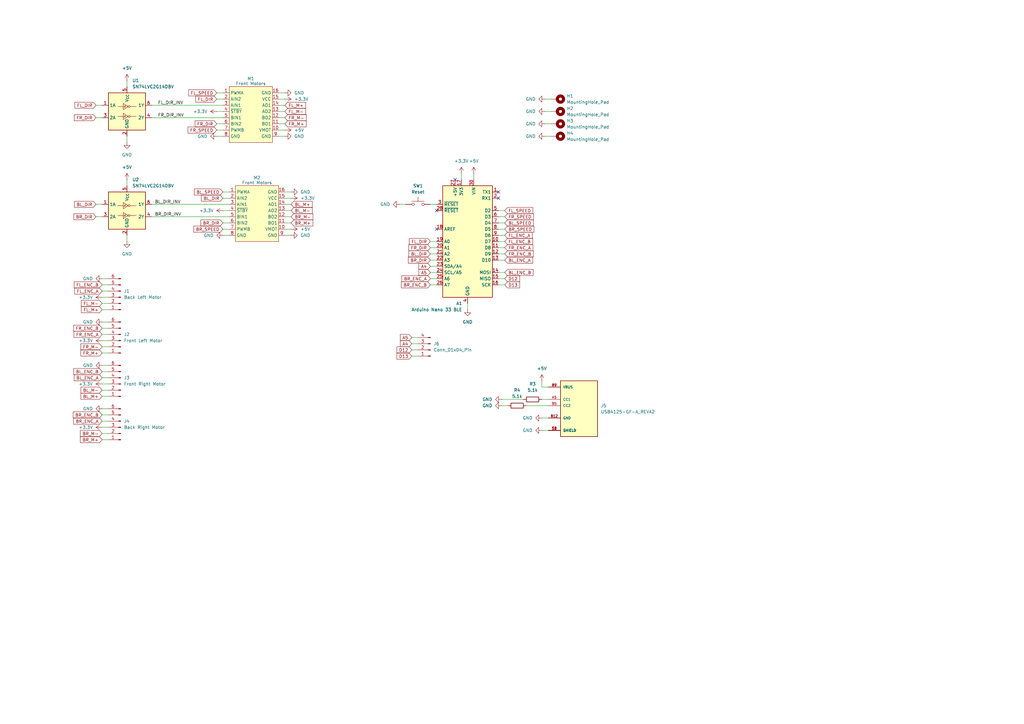
<source format=kicad_sch>
(kicad_sch (version 20231120) (generator "eeschema") (generator_version "8.0")
  (paper "A3")
  (lib_symbols
    (symbol "74xGxx:SN74LVC2G14DBV"
      (property "Reference" "U" (at 2.54 12.7 0))
      (property "Value" "SN74LVC2G14DBV" (at 2.54 10.16 0))
      (symbol "SN74LVC2G14DBV_1_1"
        (rectangle (start -7.62 7.62) (end 7.62 -7.62) (stroke (width 0.254)) (fill (type background)))
        (polyline (pts (xy -1.524 -2.032) (xy -3.81 -2.032)))
        (polyline (pts (xy -1.524 2.032) (xy -3.81 2.032)))
        (polyline (pts (xy -0.762 -1.778) (xy -0.508 -1.778)))
        (polyline (pts (xy -0.762 2.286) (xy -0.508 2.286)))
        (polyline (pts (xy 1.27 -2.032) (xy 3.81 -2.032)))
        (polyline (pts (xy 1.27 2.032) (xy 3.81 2.032)))
        (polyline (pts (xy -1.524 -0.762) (xy 0.508 -2.032) (xy -1.524 -3.302) (xy -1.524 -0.762)))
        (polyline (pts (xy -1.524 3.302) (xy 0.508 2.032) (xy -1.524 0.762) (xy -1.524 3.302)))
        (polyline (pts (xy -1.016 -2.286) (xy -1.016 -1.778) (xy -0.762 -1.778) (xy -0.762 -2.286) (xy -1.27 -2.286)))
        (polyline (pts (xy -1.016 1.778) (xy -1.016 2.286) (xy -0.762 2.286) (xy -0.762 1.778) (xy -1.27 1.778)))
        (circle (center 0.889 -2.032) (radius 0.381))
        (circle (center 0.889 2.032) (radius 0.381))
        (pin input line (at -10.16 2.54 0) (length 2.54) (name "1A") (number "1"))
        (pin power_in line (at 0 -10.16 90) (length 2.54) (name "GND") (number "2"))
        (pin input line (at -10.16 -2.54 0) (length 2.54) (name "2A") (number "3"))
        (pin output line (at 10.16 -2.54 180) (length 2.54) (name "2Y") (number "4"))
        (pin power_in line (at 0 10.16 270) (length 2.54) (name "V_{CC}") (number "5"))
        (pin output line (at 10.16 2.54 180) (length 2.54) (name "1Y") (number "6"))
      )
    )
    (symbol "Connector:Conn_01x04_Pin" (pin_names (offset 1.016) hide)
      (property "Reference" "J" (at 0 5.08 0))
      (property "Value" "Conn_01x04_Pin" (at 0 -7.62 0))
      (symbol "Conn_01x04_Pin_1_1"
        (polyline (pts (xy 1.27 -5.08) (xy 0.8636 -5.08)) (stroke (width 0.1524)))
        (polyline (pts (xy 1.27 -2.54) (xy 0.8636 -2.54)) (stroke (width 0.1524)))
        (polyline (pts (xy 1.27 0) (xy 0.8636 0)) (stroke (width 0.1524)))
        (polyline (pts (xy 1.27 2.54) (xy 0.8636 2.54)) (stroke (width 0.1524)))
        (rectangle (start 0.8636 -4.953) (end 0 -5.207) (stroke (width 0.1524)) (fill (type outline)))
        (rectangle (start 0.8636 -2.413) (end 0 -2.667) (stroke (width 0.1524)) (fill (type outline)))
        (rectangle (start 0.8636 0.127) (end 0 -0.127) (stroke (width 0.1524)) (fill (type outline)))
        (rectangle (start 0.8636 2.667) (end 0 2.413) (stroke (width 0.1524)) (fill (type outline)))
        (pin passive line (at 5.08 2.54 180) (length 3.81) (name "Pin_1") (number "1"))
        (pin passive line (at 5.08 0 180) (length 3.81) (name "Pin_2") (number "2"))
        (pin passive line (at 5.08 -2.54 180) (length 3.81) (name "Pin_3") (number "3"))
        (pin passive line (at 5.08 -5.08 180) (length 3.81) (name "Pin_4") (number "4"))
      )
    )
    (symbol "Connector:Conn_01x06_Pin" (pin_names (offset 1.016) hide)
      (property "Reference" "J" (at 0 7.62 0))
      (property "Value" "Conn_01x06_Pin" (at 0 -10.16 0))
      (symbol "Conn_01x06_Pin_1_1"
        (polyline (pts (xy 1.27 -7.62) (xy 0.8636 -7.62)) (stroke (width 0.1524)))
        (polyline (pts (xy 1.27 -5.08) (xy 0.8636 -5.08)) (stroke (width 0.1524)))
        (polyline (pts (xy 1.27 -2.54) (xy 0.8636 -2.54)) (stroke (width 0.1524)))
        (polyline (pts (xy 1.27 0) (xy 0.8636 0)) (stroke (width 0.1524)))
        (polyline (pts (xy 1.27 2.54) (xy 0.8636 2.54)) (stroke (width 0.1524)))
        (polyline (pts (xy 1.27 5.08) (xy 0.8636 5.08)) (stroke (width 0.1524)))
        (rectangle (start 0.8636 -7.493) (end 0 -7.747) (stroke (width 0.1524)) (fill (type outline)))
        (rectangle (start 0.8636 -4.953) (end 0 -5.207) (stroke (width 0.1524)) (fill (type outline)))
        (rectangle (start 0.8636 -2.413) (end 0 -2.667) (stroke (width 0.1524)) (fill (type outline)))
        (rectangle (start 0.8636 0.127) (end 0 -0.127) (stroke (width 0.1524)) (fill (type outline)))
        (rectangle (start 0.8636 2.667) (end 0 2.413) (stroke (width 0.1524)) (fill (type outline)))
        (rectangle (start 0.8636 5.207) (end 0 4.953) (stroke (width 0.1524)) (fill (type outline)))
        (pin passive line (at 5.08 5.08 180) (length 3.81) (name "Pin_1") (number "1"))
        (pin passive line (at 5.08 2.54 180) (length 3.81) (name "Pin_2") (number "2"))
        (pin passive line (at 5.08 0 180) (length 3.81) (name "Pin_3") (number "3"))
        (pin passive line (at 5.08 -2.54 180) (length 3.81) (name "Pin_4") (number "4"))
        (pin passive line (at 5.08 -5.08 180) (length 3.81) (name "Pin_5") (number "5"))
        (pin passive line (at 5.08 -7.62 180) (length 3.81) (name "Pin_6") (number "6"))
      )
    )
    (symbol "Device:R" (pin_numbers hide) (pin_names (offset 0))
      (property "Reference" "R" (at 2.032 0 90))
      (property "Value" "R" (at 0 0 90))
      (symbol "R_0_1"
        (rectangle (start -1.016 -2.54) (end 1.016 2.54) (stroke (width 0.254)))
      )
      (symbol "R_1_1"
        (pin passive line (at 0 3.81 270) (length 1.27) (name "~") (number "1"))
        (pin passive line (at 0 -3.81 90) (length 1.27) (name "~") (number "2"))
      )
    )
    (symbol "MCU_Module:Arduino_Nano_Every"
      (property "Reference" "A" (at -10.16 23.495 0))
      (property "Value" "Arduino_Nano_Every" (at 5.08 -24.13 0))
      (symbol "Arduino_Nano_Every_0_1"
        (rectangle (start -10.16 22.86) (end 10.16 -22.86) (stroke (width 0.254)) (fill (type background)))
      )
      (symbol "Arduino_Nano_Every_1_1"
        (pin bidirectional line (at -12.7 20.32 0) (length 2.54) (name "TX1") (number "1"))
        (pin bidirectional line (at -12.7 0 0) (length 2.54) (name "D7") (number "10"))
        (pin bidirectional line (at -12.7 -2.54 0) (length 2.54) (name "D8") (number "11"))
        (pin bidirectional line (at -12.7 -5.08 0) (length 2.54) (name "D9") (number "12"))
        (pin bidirectional line (at -12.7 -7.62 0) (length 2.54) (name "D10") (number "13"))
        (pin bidirectional line (at -12.7 -12.7 0) (length 2.54) (name "MOSI") (number "14"))
        (pin bidirectional line (at -12.7 -15.24 0) (length 2.54) (name "MISO") (number "15"))
        (pin bidirectional line (at -12.7 -17.78 0) (length 2.54) (name "SCK") (number "16"))
        (pin power_out line (at 2.54 25.4 270) (length 2.54) (name "3V3") (number "17"))
        (pin input line (at 12.7 5.08 180) (length 2.54) (name "AREF") (number "18"))
        (pin bidirectional line (at 12.7 0 180) (length 2.54) (name "A0") (number "19"))
        (pin bidirectional line (at -12.7 17.78 0) (length 2.54) (name "RX1") (number "2"))
        (pin bidirectional line (at 12.7 -2.54 180) (length 2.54) (name "A1") (number "20"))
        (pin bidirectional line (at 12.7 -5.08 180) (length 2.54) (name "A2") (number "21"))
        (pin bidirectional line (at 12.7 -7.62 180) (length 2.54) (name "A3") (number "22"))
        (pin bidirectional line (at 12.7 -10.16 180) (length 2.54) (name "SDA/A4") (number "23"))
        (pin bidirectional line (at 12.7 -12.7 180) (length 2.54) (name "SCL/A5") (number "24"))
        (pin bidirectional line (at 12.7 -15.24 180) (length 2.54) (name "A6") (number "25"))
        (pin bidirectional line (at 12.7 -17.78 180) (length 2.54) (name "A7") (number "26"))
        (pin power_out line (at 5.08 25.4 270) (length 2.54) (name "+5V") (number "27"))
        (pin input line (at 12.7 12.7 180) (length 2.54) (name "~{RESET}") (number "28"))
        (pin passive line (at 0 -25.4 90) (length 2.54) hide (name "GND") (number "29"))
        (pin input line (at 12.7 15.24 180) (length 2.54) (name "~{RESET}") (number "3"))
        (pin power_in line (at -2.54 25.4 270) (length 2.54) (name "VIN") (number "30"))
        (pin power_in line (at 0 -25.4 90) (length 2.54) (name "GND") (number "4"))
        (pin bidirectional line (at -12.7 12.7 0) (length 2.54) (name "D2") (number "5"))
        (pin bidirectional line (at -12.7 10.16 0) (length 2.54) (name "D3") (number "6"))
        (pin bidirectional line (at -12.7 7.62 0) (length 2.54) (name "D4") (number "7"))
        (pin bidirectional line (at -12.7 5.08 0) (length 2.54) (name "D5") (number "8"))
        (pin bidirectional line (at -12.7 2.54 0) (length 2.54) (name "D6") (number "9"))
      )
    )
    (symbol "Mechanical:MountingHole_Pad" (pin_numbers hide) (pin_names (offset 1.016) hide) (exclude_from_sim yes) (in_bom no)
      (property "Reference" "H" (at 0 6.35 0))
      (property "Value" "MountingHole_Pad" (at 0 4.445 0))
      (symbol "MountingHole_Pad_0_1"
        (circle (center 0 1.27) (radius 1.27) (stroke (width 1.27)))
      )
      (symbol "MountingHole_Pad_1_1"
        (pin input line (at 0 -2.54 90) (length 2.54) (name "1") (number "1"))
      )
    )
    (symbol "Pololu_MD08A_Motor_Driver:Pololu_MD08A_Motor_Driver"
      (property "Reference" "M" (at 0 3.81 0))
      (symbol "Pololu_MD08A_Motor_Driver_1_1"
        (rectangle (start -8.89 2.54) (end 8.89 -20.32) (fill (type background)))
        (pin input line (at -11.43 0 0) (length 2.54) (name "PWMA") (number "1"))
        (pin power_in line (at 11.43 -15.24 180) (length 2.54) (name "VMOT") (number "10"))
        (pin output line (at 11.43 -12.7 180) (length 2.54) (name "BO1") (number "11"))
        (pin output line (at 11.43 -10.16 180) (length 2.54) (name "BO2") (number "12"))
        (pin output line (at 11.43 -7.62 180) (length 2.54) (name "AO2") (number "13"))
        (pin output line (at 11.43 -5.08 180) (length 2.54) (name "AO1") (number "14"))
        (pin power_in line (at 11.43 -2.54 180) (length 2.54) (name "VCC") (number "15"))
        (pin power_in line (at 11.43 0 180) (length 2.54) (name "GND") (number "16"))
        (pin input line (at -11.43 -2.54 0) (length 2.54) (name "AIN2") (number "2"))
        (pin input line (at -11.43 -5.08 0) (length 2.54) (name "AIN1") (number "3"))
        (pin input line (at -11.43 -7.62 0) (length 2.54) (name "~{STBY}") (number "4"))
        (pin input line (at -11.43 -10.16 0) (length 2.54) (name "BIN1") (number "5"))
        (pin input line (at -11.43 -12.7 0) (length 2.54) (name "BIN2") (number "6"))
        (pin input line (at -11.43 -15.24 0) (length 2.54) (name "PWMB") (number "7"))
        (pin power_in line (at -11.43 -17.78 0) (length 2.54) (name "GND") (number "8"))
        (pin power_in line (at 11.43 -17.78 180) (length 2.54) (name "GND") (number "9"))
      )
    )
    (symbol "Switch:SW_Push" (pin_numbers hide) (pin_names (offset 1.016) hide)
      (property "Reference" "SW" (at 1.27 2.54 0))
      (property "Value" "SW_Push" (at 0 -1.524 0))
      (symbol "SW_Push_0_1"
        (circle (center -2.032 0) (radius 0.508))
        (polyline (pts (xy 0 1.27) (xy 0 3.048)))
        (polyline (pts (xy 2.54 1.27) (xy -2.54 1.27)))
        (circle (center 2.032 0) (radius 0.508))
        (pin passive line (at -5.08 0 0) (length 2.54) (name "1") (number "1"))
        (pin passive line (at 5.08 0 180) (length 2.54) (name "2") (number "2"))
      )
    )
    (symbol "USB_C:USB4125-GF-A_REVA2" (pin_names (offset 1.016))
      (property "Reference" "J" (at -7.62 10.922 0))
      (property "Value" "USB4125-GF-A_REVA2" (at -7.62 -13.462 0))
      (symbol "USB4125-GF-A_REVA2_0_0"
        (rectangle (start -7.62 -12.7) (end 7.62 10.16) (stroke (width 0.254)) (fill (type background)))
        (pin power_in line (at -12.7 -5.08 0) (length 5.08) (name "GND") (number "A12"))
        (pin bidirectional line (at -12.7 2.54 0) (length 5.08) (name "CC1") (number "A5"))
        (pin power_in line (at -12.7 7.62 0) (length 5.08) (name "VBUS") (number "A9"))
        (pin power_in line (at -12.7 -5.08 0) (length 5.08) (name "GND") (number "B12"))
        (pin bidirectional line (at -12.7 0 0) (length 5.08) (name "CC2") (number "B5"))
        (pin power_in line (at -12.7 7.62 0) (length 5.08) (name "VBUS") (number "B9"))
        (pin passive line (at -12.7 -10.16 0) (length 5.08) (name "SHIELD") (number "S1"))
        (pin passive line (at -12.7 -10.16 0) (length 5.08) (name "SHIELD") (number "S2"))
        (pin passive line (at -12.7 -10.16 0) (length 5.08) (name "SHIELD") (number "S3"))
        (pin passive line (at -12.7 -10.16 0) (length 5.08) (name "SHIELD") (number "S4"))
      )
    )
    (symbol "power:+3.3V" (power) (pin_numbers hide) (pin_names (offset 0) hide)
      (property "Value" "+3.3V" (at 0 3.556 0))
      (symbol "+3.3V_0_1"
        (polyline (pts (xy -0.762 1.27) (xy 0 2.54)))
        (polyline (pts (xy 0 0) (xy 0 2.54)))
        (polyline (pts (xy 0 2.54) (xy 0.762 1.27)))
      )
      (symbol "+3.3V_1_1"
        (pin power_in line (at 0 0 90) (length 0) (name "~") (number "1"))
      )
    )
    (symbol "power:+5V" (power) (pin_numbers hide) (pin_names (offset 0) hide)
      (property "Value" "+5V" (at 0 3.556 0))
      (symbol "+5V_0_1"
        (polyline (pts (xy -0.762 1.27) (xy 0 2.54)))
        (polyline (pts (xy 0 0) (xy 0 2.54)))
        (polyline (pts (xy 0 2.54) (xy 0.762 1.27)))
      )
      (symbol "+5V_1_1"
        (pin power_in line (at 0 0 90) (length 0) (name "~") (number "1"))
      )
    )
    (symbol "power:GND" (power) (pin_numbers hide) (pin_names (offset 0) hide)
      (property "Value" "GND" (at 0 -3.81 0))
      (symbol "GND_0_1"
        (polyline (pts (xy 0 0) (xy 0 -1.27) (xy 1.27 -1.27) (xy 0 -2.54) (xy -1.27 -1.27) (xy 0 -1.27)))
      )
      (symbol "GND_1_1"
        (pin power_in line (at 0 0 270) (length 0) (name "~") (number "1"))
      )
    )
  )
  (no_connect (at 179.07 86.36))
  (no_connect (at 204.47 81.28))
  (no_connect (at 204.47 78.74))
  (no_connect (at 179.07 93.98))
  (no_connect (at 186.69 73.66))
  (wire (pts (xy 114.3 48.26) (xy 116.84 48.26)))
  (wire (pts (xy 179.07 83.82) (xy 176.53 83.82)))
  (wire (pts (xy 41.91 157.48) (xy 44.45 157.48)))
  (wire (pts (xy 222.25 176.53) (xy 224.79 176.53)))
  (wire (pts (xy 41.91 170.18) (xy 44.45 170.18)))
  (wire (pts (xy 176.53 99.06) (xy 179.07 99.06)))
  (wire (pts (xy 176.53 111.76) (xy 179.07 111.76)))
  (wire (pts (xy 204.47 88.9) (xy 207.01 88.9)))
  (wire (pts (xy 176.53 104.14) (xy 179.07 104.14)))
  (wire (pts (xy 204.47 86.36) (xy 207.01 86.36)))
  (wire (pts (xy 171.45 140.97) (xy 168.91 140.97)))
  (wire (pts (xy 93.98 86.36) (xy 91.44 86.36)))
  (wire (pts (xy 91.44 96.52) (xy 93.98 96.52)))
  (wire (pts (xy 41.91 132.08) (xy 44.45 132.08)))
  (wire (pts (xy 41.91 134.62) (xy 44.45 134.62)))
  (wire (pts (xy 204.47 91.44) (xy 207.01 91.44)))
  (wire (pts (xy 163.83 83.82) (xy 166.37 83.82)))
  (wire (pts (xy 88.9 38.1) (xy 91.44 38.1)))
  (wire (pts (xy 39.37 43.18) (xy 41.91 43.18)))
  (wire (pts (xy 114.3 38.1) (xy 116.84 38.1)))
  (wire (pts (xy 176.53 101.6) (xy 179.07 101.6)))
  (wire (pts (xy 204.47 93.98) (xy 207.01 93.98)))
  (wire (pts (xy 39.37 48.26) (xy 41.91 48.26)))
  (wire (pts (xy 116.84 96.52) (xy 119.38 96.52)))
  (wire (pts (xy 88.9 53.34) (xy 91.44 53.34)))
  (wire (pts (xy 91.44 78.74) (xy 93.98 78.74)))
  (wire (pts (xy 189.23 71.12) (xy 189.23 73.66)))
  (wire (pts (xy 176.53 109.22) (xy 179.07 109.22)))
  (wire (pts (xy 114.3 50.8) (xy 116.84 50.8)))
  (wire (pts (xy 222.25 158.75) (xy 224.79 158.75)))
  (wire (pts (xy 41.91 127) (xy 44.45 127)))
  (wire (pts (xy 176.53 116.84) (xy 179.07 116.84)))
  (wire (pts (xy 41.91 121.92) (xy 44.45 121.92)))
  (wire (pts (xy 114.3 53.34) (xy 116.84 53.34)))
  (wire (pts (xy 41.91 139.7) (xy 44.45 139.7)))
  (wire (pts (xy 114.3 55.88) (xy 116.84 55.88)))
  (wire (pts (xy 223.52 45.72) (xy 226.06 45.72)))
  (wire (pts (xy 91.44 50.8) (xy 88.9 50.8)))
  (wire (pts (xy 41.91 142.24) (xy 44.45 142.24)))
  (wire (pts (xy 114.3 40.64) (xy 116.84 40.64)))
  (wire (pts (xy 41.91 114.3) (xy 44.45 114.3)))
  (wire (pts (xy 62.23 48.26) (xy 91.44 48.26)))
  (wire (pts (xy 204.47 104.14) (xy 207.01 104.14)))
  (wire (pts (xy 116.84 45.72) (xy 114.3 45.72)))
  (wire (pts (xy 41.91 154.94) (xy 44.45 154.94)))
  (wire (pts (xy 119.38 83.82) (xy 116.84 83.82)))
  (wire (pts (xy 41.91 144.78) (xy 44.45 144.78)))
  (wire (pts (xy 41.91 175.26) (xy 44.45 175.26)))
  (wire (pts (xy 204.47 99.06) (xy 207.01 99.06)))
  (wire (pts (xy 119.38 88.9) (xy 116.84 88.9)))
  (wire (pts (xy 116.84 93.98) (xy 119.38 93.98)))
  (wire (pts (xy 62.23 83.82) (xy 93.98 83.82)))
  (wire (pts (xy 41.91 149.86) (xy 44.45 149.86)))
  (wire (pts (xy 168.91 146.05) (xy 171.45 146.05)))
  (wire (pts (xy 88.9 55.88) (xy 91.44 55.88)))
  (wire (pts (xy 214.63 163.83) (xy 205.74 163.83)))
  (wire (pts (xy 41.91 172.72) (xy 44.45 172.72)))
  (wire (pts (xy 41.91 162.56) (xy 44.45 162.56)))
  (wire (pts (xy 39.37 83.82) (xy 41.91 83.82)))
  (wire (pts (xy 176.53 106.68) (xy 179.07 106.68)))
  (wire (pts (xy 194.31 71.12) (xy 194.31 73.66)))
  (wire (pts (xy 62.23 43.18) (xy 91.44 43.18)))
  (wire (pts (xy 207.01 114.3) (xy 204.47 114.3)))
  (wire (pts (xy 176.53 114.3) (xy 179.07 114.3)))
  (wire (pts (xy 215.9 166.37) (xy 224.79 166.37)))
  (wire (pts (xy 91.44 93.98) (xy 93.98 93.98)))
  (wire (pts (xy 41.91 152.4) (xy 44.45 152.4)))
  (wire (pts (xy 204.47 111.76) (xy 207.01 111.76)))
  (wire (pts (xy 204.47 96.52) (xy 207.01 96.52)))
  (wire (pts (xy 41.91 119.38) (xy 44.45 119.38)))
  (wire (pts (xy 119.38 86.36) (xy 116.84 86.36)))
  (wire (pts (xy 41.91 160.02) (xy 44.45 160.02)))
  (wire (pts (xy 52.07 73.66) (xy 52.07 76.2)))
  (wire (pts (xy 222.25 163.83) (xy 224.79 163.83)))
  (wire (pts (xy 41.91 137.16) (xy 44.45 137.16)))
  (wire (pts (xy 223.52 40.64) (xy 226.06 40.64)))
  (wire (pts (xy 222.25 156.21) (xy 222.25 158.75)))
  (wire (pts (xy 39.37 88.9) (xy 41.91 88.9)))
  (wire (pts (xy 91.44 45.72) (xy 88.9 45.72)))
  (wire (pts (xy 52.07 33.02) (xy 52.07 35.56)))
  (wire (pts (xy 207.01 116.84) (xy 204.47 116.84)))
  (wire (pts (xy 41.91 177.8) (xy 44.45 177.8)))
  (wire (pts (xy 171.45 138.43) (xy 168.91 138.43)))
  (wire (pts (xy 91.44 81.28) (xy 93.98 81.28)))
  (wire (pts (xy 52.07 96.52) (xy 52.07 99.06)))
  (wire (pts (xy 205.74 166.37) (xy 208.28 166.37)))
  (wire (pts (xy 41.91 180.34) (xy 44.45 180.34)))
  (wire (pts (xy 116.84 78.74) (xy 119.38 78.74)))
  (wire (pts (xy 116.84 81.28) (xy 119.38 81.28)))
  (wire (pts (xy 91.44 91.44) (xy 93.98 91.44)))
  (wire (pts (xy 52.07 55.88) (xy 52.07 58.42)))
  (wire (pts (xy 62.23 88.9) (xy 93.98 88.9)))
  (wire (pts (xy 116.84 43.18) (xy 114.3 43.18)))
  (wire (pts (xy 41.91 124.46) (xy 44.45 124.46)))
  (wire (pts (xy 223.52 50.8) (xy 226.06 50.8)))
  (wire (pts (xy 41.91 167.64) (xy 44.45 167.64)))
  (wire (pts (xy 191.77 124.46) (xy 191.77 127)))
  (wire (pts (xy 91.44 40.64) (xy 88.9 40.64)))
  (wire (pts (xy 223.52 55.88) (xy 226.06 55.88)))
  (wire (pts (xy 168.91 143.51) (xy 171.45 143.51)))
  (wire (pts (xy 119.38 91.44) (xy 116.84 91.44)))
  (wire (pts (xy 204.47 106.68) (xy 207.01 106.68)))
  (wire (pts (xy 204.47 101.6) (xy 207.01 101.6)))
  (wire (pts (xy 41.91 116.84) (xy 44.45 116.84)))
  (wire (pts (xy 222.25 171.45) (xy 224.79 171.45)))
  (label "BR_DIR_INV" (at 63.5 88.9 0))
  (label "BL_DIR_INV" (at 63.5 83.82 0))
  (label "FR_DIR_INV" (at 64.77 48.26 0))
  (label "FL_DIR_INV" (at 64.77 43.18 0))
  (global_label "FR_M+" (shape input) (at 116.84 50.8 0) (property "Intersheetrefs" "${INTERSHEET_REFS}" (effects (hide yes))))
  (global_label "BR_SPEED" (shape input) (at 207.01 93.98 0) (property "Intersheetrefs" "${INTERSHEET_REFS}" (effects (hide yes))))
  (global_label "D13" (shape input) (at 168.91 146.05 180) (property "Intersheetrefs" "${INTERSHEET_REFS}" (effects (hide yes))))
  (global_label "FL_ENC_B" (shape input) (at 207.01 99.06 0) (property "Intersheetrefs" "${INTERSHEET_REFS}" (effects (hide yes))))
  (global_label "BL_ENC_A" (shape input) (at 41.91 154.94 180) (property "Intersheetrefs" "${INTERSHEET_REFS}" (effects (hide yes))))
  (global_label "BR_ENC_B" (shape input) (at 41.91 170.18 180) (property "Intersheetrefs" "${INTERSHEET_REFS}" (effects (hide yes))))
  (global_label "FL_DIR" (shape input) (at 39.37 43.18 180) (property "Intersheetrefs" "${INTERSHEET_REFS}" (effects (hide yes))))
  (global_label "BL_ENC_B" (shape input) (at 41.91 152.4 180) (property "Intersheetrefs" "${INTERSHEET_REFS}" (effects (hide yes))))
  (global_label "BL_M+" (shape input) (at 119.38 83.82 0) (property "Intersheetrefs" "${INTERSHEET_REFS}" (effects (hide yes))))
  (global_label "A4" (shape input) (at 176.53 109.22 180) (property "Intersheetrefs" "${INTERSHEET_REFS}" (effects (hide yes))))
  (global_label "FL_DIR" (shape input) (at 176.53 99.06 180) (property "Intersheetrefs" "${INTERSHEET_REFS}" (effects (hide yes))))
  (global_label "A5" (shape input) (at 176.53 111.76 180) (property "Intersheetrefs" "${INTERSHEET_REFS}" (effects (hide yes))))
  (global_label "FR_M-" (shape input) (at 41.91 142.24 180) (property "Intersheetrefs" "${INTERSHEET_REFS}" (effects (hide yes))))
  (global_label "BR_SPEED" (shape input) (at 91.44 93.98 180) (property "Intersheetrefs" "${INTERSHEET_REFS}" (effects (hide yes))))
  (global_label "FL_M-" (shape input) (at 41.91 124.46 180) (property "Intersheetrefs" "${INTERSHEET_REFS}" (effects (hide yes))))
  (global_label "FR_ENC_B" (shape input) (at 207.01 104.14 0) (property "Intersheetrefs" "${INTERSHEET_REFS}" (effects (hide yes))))
  (global_label "BR_M+" (shape input) (at 119.38 91.44 0) (property "Intersheetrefs" "${INTERSHEET_REFS}" (effects (hide yes))))
  (global_label "FR_ENC_A" (shape input) (at 207.01 101.6 0) (property "Intersheetrefs" "${INTERSHEET_REFS}" (effects (hide yes))))
  (global_label "FR_DIR" (shape input) (at 88.9 50.8 180) (property "Intersheetrefs" "${INTERSHEET_REFS}" (effects (hide yes))))
  (global_label "BR_M-" (shape input) (at 41.91 177.8 180) (property "Intersheetrefs" "${INTERSHEET_REFS}" (effects (hide yes))))
  (global_label "BR_DIR" (shape input) (at 91.44 91.44 180) (property "Intersheetrefs" "${INTERSHEET_REFS}" (effects (hide yes))))
  (global_label "BL_ENC_A" (shape input) (at 207.01 106.68 0) (property "Intersheetrefs" "${INTERSHEET_REFS}" (effects (hide yes))))
  (global_label "BL_DIR" (shape input) (at 176.53 104.14 180) (property "Intersheetrefs" "${INTERSHEET_REFS}" (effects (hide yes))))
  (global_label "A5" (shape input) (at 168.91 138.43 180) (property "Intersheetrefs" "${INTERSHEET_REFS}" (effects (hide yes))))
  (global_label "BL_M+" (shape input) (at 41.91 162.56 180) (property "Intersheetrefs" "${INTERSHEET_REFS}" (effects (hide yes))))
  (global_label "FL_SPEED" (shape input) (at 88.9 38.1 180) (property "Intersheetrefs" "${INTERSHEET_REFS}" (effects (hide yes))))
  (global_label "D12" (shape input) (at 168.91 143.51 180) (property "Intersheetrefs" "${INTERSHEET_REFS}" (effects (hide yes))))
  (global_label "BL_M-" (shape input) (at 41.91 160.02 180) (property "Intersheetrefs" "${INTERSHEET_REFS}" (effects (hide yes))))
  (global_label "FR_M+" (shape input) (at 41.91 144.78 180) (property "Intersheetrefs" "${INTERSHEET_REFS}" (effects (hide yes))))
  (global_label "BL_ENC_B" (shape input) (at 207.01 111.76 0) (property "Intersheetrefs" "${INTERSHEET_REFS}" (effects (hide yes))))
  (global_label "FL_DIR" (shape input) (at 88.9 40.64 180) (property "Intersheetrefs" "${INTERSHEET_REFS}" (effects (hide yes))))
  (global_label "BR_DIR" (shape input) (at 39.37 88.9 180) (property "Intersheetrefs" "${INTERSHEET_REFS}" (effects (hide yes))))
  (global_label "BL_M-" (shape input) (at 119.38 86.36 0) (property "Intersheetrefs" "${INTERSHEET_REFS}" (effects (hide yes))))
  (global_label "BR_ENC_A" (shape input) (at 176.53 114.3 180) (property "Intersheetrefs" "${INTERSHEET_REFS}" (effects (hide yes))))
  (global_label "FL_M+" (shape input) (at 41.91 127 180) (property "Intersheetrefs" "${INTERSHEET_REFS}" (effects (hide yes))))
  (global_label "FR_DIR" (shape input) (at 176.53 101.6 180) (property "Intersheetrefs" "${INTERSHEET_REFS}" (effects (hide yes))))
  (global_label "FR_SPEED" (shape input) (at 207.01 88.9 0) (property "Intersheetrefs" "${INTERSHEET_REFS}" (effects (hide yes))))
  (global_label "BR_M+" (shape input) (at 41.91 180.34 180) (property "Intersheetrefs" "${INTERSHEET_REFS}" (effects (hide yes))))
  (global_label "FL_ENC_A" (shape input) (at 207.01 96.52 0) (property "Intersheetrefs" "${INTERSHEET_REFS}" (effects (hide yes))))
  (global_label "D13" (shape input) (at 207.01 116.84 0) (property "Intersheetrefs" "${INTERSHEET_REFS}" (effects (hide yes))))
  (global_label "FL_M+" (shape input) (at 116.84 43.18 0) (property "Intersheetrefs" "${INTERSHEET_REFS}" (effects (hide yes))))
  (global_label "FL_ENC_B" (shape input) (at 41.91 116.84 180) (property "Intersheetrefs" "${INTERSHEET_REFS}" (effects (hide yes))))
  (global_label "BR_ENC_B" (shape input) (at 176.53 116.84 180) (property "Intersheetrefs" "${INTERSHEET_REFS}" (effects (hide yes))))
  (global_label "D12" (shape input) (at 207.01 114.3 0) (property "Intersheetrefs" "${INTERSHEET_REFS}" (effects (hide yes))))
  (global_label "BR_DIR" (shape input) (at 176.53 106.68 180) (property "Intersheetrefs" "${INTERSHEET_REFS}" (effects (hide yes))))
  (global_label "A4" (shape input) (at 168.91 140.97 180) (property "Intersheetrefs" "${INTERSHEET_REFS}" (effects (hide yes))))
  (global_label "BR_ENC_A" (shape input) (at 41.91 172.72 180) (property "Intersheetrefs" "${INTERSHEET_REFS}" (effects (hide yes))))
  (global_label "FR_M-" (shape input) (at 116.84 48.26 0) (property "Intersheetrefs" "${INTERSHEET_REFS}" (effects (hide yes))))
  (global_label "FR_ENC_A" (shape input) (at 41.91 137.16 180) (property "Intersheetrefs" "${INTERSHEET_REFS}" (effects (hide yes))))
  (global_label "BL_DIR" (shape input) (at 39.37 83.82 180) (property "Intersheetrefs" "${INTERSHEET_REFS}" (effects (hide yes))))
  (global_label "BL_SPEED" (shape input) (at 207.01 91.44 0) (property "Intersheetrefs" "${INTERSHEET_REFS}" (effects (hide yes))))
  (global_label "BL_SPEED" (shape input) (at 91.44 78.74 180) (property "Intersheetrefs" "${INTERSHEET_REFS}" (effects (hide yes))))
  (global_label "FL_SPEED" (shape input) (at 207.01 86.36 0) (property "Intersheetrefs" "${INTERSHEET_REFS}" (effects (hide yes))))
  (global_label "FR_ENC_B" (shape input) (at 41.91 134.62 180) (property "Intersheetrefs" "${INTERSHEET_REFS}" (effects (hide yes))))
  (global_label "BR_M-" (shape input) (at 119.38 88.9 0) (property "Intersheetrefs" "${INTERSHEET_REFS}" (effects (hide yes))))
  (global_label "FR_SPEED" (shape input) (at 88.9 53.34 180) (property "Intersheetrefs" "${INTERSHEET_REFS}" (effects (hide yes))))
  (global_label "FL_ENC_A" (shape input) (at 41.91 119.38 180) (property "Intersheetrefs" "${INTERSHEET_REFS}" (effects (hide yes))))
  (global_label "FR_DIR" (shape input) (at 39.37 48.26 180) (property "Intersheetrefs" "${INTERSHEET_REFS}" (effects (hide yes))))
  (global_label "FL_M-" (shape input) (at 116.84 45.72 0) (property "Intersheetrefs" "${INTERSHEET_REFS}" (effects (hide yes))))
  (global_label "BL_DIR" (shape input) (at 91.44 81.28 180) (property "Intersheetrefs" "${INTERSHEET_REFS}" (effects (hide yes))))
  (symbol (lib_id "power:+3.3V") (at 88.9 45.72 90) (unit 1)
    (property "Reference" "#PWR035" (effects (hide yes)))
    (property "Value" "+3.3V" (at 85.09 45.7199 90) (effects (justify left)))
    (property "Description" "Power symbol creates a global label with name \"+3.3V\"" (effects (hide yes)))
  )
  (symbol (lib_id "Device:R") (at 212.09 166.37 90) (unit 1)
    (property "Reference" "R4" (at 212.09 160.02 90))
    (property "Value" "5.1k" (at 212.09 162.56 90))
    (property "Footprint" "Resistor_SMD:R_0603_1608Metric_Pad0.98x0.95mm_HandSolder" (effects (hide yes)))
    (property "Description" "Resistor" (effects (hide yes)))
  )
  (symbol (lib_id "power:+3.3V") (at 116.84 40.64 270) (unit 1)
    (property "Reference" "#PWR039" (effects (hide yes)))
    (property "Value" "+3.3V" (at 120.65 40.6399 90) (effects (justify left)))
    (property "Description" "Power symbol creates a global label with name \"+3.3V\"" (effects (hide yes)))
  )
  (symbol (lib_id "power:GND") (at 119.38 78.74 90) (unit 1)
    (property "Reference" "#PWR041" (effects (hide yes)))
    (property "Value" "GND" (at 123.19 78.7399 90) (effects (justify right)))
    (property "Description" "Power symbol creates a global label with name \"GND\" , ground" (effects (hide yes)))
  )
  (symbol (lib_id "power:+3.3V") (at 119.38 81.28 270) (unit 1)
    (property "Reference" "#PWR042" (effects (hide yes)))
    (property "Value" "+3.3V" (at 123.19 81.2799 90) (effects (justify left)))
    (property "Description" "Power symbol creates a global label with name \"+3.3V\"" (effects (hide yes)))
  )
  (symbol (lib_id "power:GND") (at 191.77 127 0) (unit 1)
    (property "Reference" "#PWR03" (effects (hide yes)))
    (property "Value" "GND" (at 191.77 132.08 0))
    (property "Description" "Power symbol creates a global label with name \"GND\" , ground" (effects (hide yes)))
  )
  (symbol (lib_id "74xGxx:SN74LVC2G14DBV") (at 52.07 45.72 0) (unit 1)
    (property "Reference" "U1" (at 54.2641 33.02 0) (effects (justify left)))
    (property "Value" "SN74LVC2G14DBV" (at 54.2641 35.56 0) (effects (justify left)))
    (property "Footprint" "Package_TO_SOT_SMD:SOT-23-6" (effects (hide yes)))
    (property "Datasheet" "https://www.ti.com/lit/ds/symlink/sn74lvc2g14.pdf" (effects (hide yes)))
    (property "Description" "Dual schmitt inverter, VCC from 1.65 to 5.5 V, SOT-23" (effects (hide yes)))
  )
  (symbol (lib_id "power:+3.3V") (at 41.91 157.48 90) (unit 1)
    (property "Reference" "#PWR018" (effects (hide yes)))
    (property "Value" "+3.3V" (at 38.1 157.4799 90) (effects (justify left)))
    (property "Description" "Power symbol creates a global label with name \"+3.3V\"" (effects (hide yes)))
  )
  (symbol (lib_id "power:GND") (at 205.74 166.37 270) (mirror x) (unit 1)
    (property "Reference" "#PWR09" (effects (hide yes)))
    (property "Value" "GND" (at 201.93 166.3699 90) (effects (justify right)))
    (property "Description" "Power symbol creates a global label with name \"GND\" , ground" (effects (hide yes)))
  )
  (symbol (lib_id "power:GND") (at 91.44 96.52 270) (unit 1)
    (property "Reference" "#PWR040" (effects (hide yes)))
    (property "Value" "GND" (at 87.63 96.5199 90) (effects (justify right)))
    (property "Description" "Power symbol creates a global label with name \"GND\" , ground" (effects (hide yes)))
  )
  (symbol (lib_id "Mechanical:MountingHole_Pad") (at 228.6 40.64 270) (unit 1) (exclude_from_sim yes) (in_bom no)
    (property "Reference" "H1" (at 232.41 39.3699 90) (effects (justify left)))
    (property "Value" "MountingHole_Pad" (at 232.41 41.9099 90) (effects (justify left)))
    (property "Footprint" "MountingHole:MountingHole_2.7mm_M2.5_Pad" (effects (hide yes)))
    (property "Description" "Mounting Hole with connection" (effects (hide yes)))
  )
  (symbol (lib_id "power:GND") (at 116.84 38.1 90) (unit 1)
    (property "Reference" "#PWR036" (effects (hide yes)))
    (property "Value" "GND" (at 120.65 38.0999 90) (effects (justify right)))
    (property "Description" "Power symbol creates a global label with name \"GND\" , ground" (effects (hide yes)))
  )
  (symbol (lib_id "power:+3.3V") (at 41.91 175.26 90) (unit 1)
    (property "Reference" "#PWR020" (effects (hide yes)))
    (property "Value" "+3.3V" (at 38.1 175.2599 90) (effects (justify left)))
    (property "Description" "Power symbol creates a global label with name \"+3.3V\"" (effects (hide yes)))
  )
  (symbol (lib_id "USB_C:USB4125-GF-A_REVA2") (at 237.49 166.37 0) (unit 1)
    (property "Reference" "J5" (at 246.38 166.3699 0) (effects (justify left)))
    (property "Value" "USB4125-GF-A_REVA2" (at 246.38 168.9099 0) (effects (justify left)))
    (property "Footprint" "USB_C:USB_C" (effects (hide yes)))
    (property "MF" "Global Connector Technology" (effects (hide yes)))
    (property "MAXIMUM_PACKAGE_HEIGHT" "3.16 mm" (effects (hide yes)))
    (property "Package" "None" (effects (hide yes)))
    (property "Price" "None" (effects (hide yes)))
    (property "Check_prices" "https://www.snapeda.com/parts/USB4125-GF-A/Global+Connector+Technology/view-part/?ref=eda" (effects (hide yes)))
    (property "STANDARD" "Manufacturer Recommendations" (effects (hide yes)))
    (property "PARTREV" "Rev A2" (effects (hide yes)))
    (property "SnapEDA_Link" "https://www.snapeda.com/parts/USB4125-GF-A/Global+Connector+Technology/view-part/?ref=snap" (effects (hide yes)))
    (property "MP" "USB4125-GF-A" (effects (hide yes)))
    (property "Description_1" "\n                        \n                            USB Charge Only Connector Type C Horizontal Receptacle, 3.16mm profile, 6 Pins, Surface mount, Top mount, low cost\n                        \n" (effects (hide yes)))
    (property "Availability" "Not in stock" (effects (hide yes)))
    (property "MANUFACTURER" "GCT" (effects (hide yes)))
  )
  (symbol (lib_id "Connector:Conn_01x06_Pin") (at 49.53 139.7 180) (unit 1)
    (property "Reference" "J2" (at 50.8 137.1599 0) (effects (justify right)))
    (property "Value" "Front Left Motor" (at 50.8 139.6999 0) (effects (justify right)))
    (property "Footprint" "Connector_PinHeader_2.54mm:PinHeader_1x06_P2.54mm_Horizontal" (effects (hide yes)))
    (property "Description" "Generic connector, single row, 01x06, script generated" (effects (hide yes)))
  )
  (symbol (lib_id "power:+3.3V") (at 189.23 71.12 0) (unit 1)
    (property "Reference" "#PWR02" (effects (hide yes)))
    (property "Value" "+3.3V" (at 189.23 66.04 0))
    (property "Description" "Power symbol creates a global label with name \"+3.3V\"" (effects (hide yes)))
  )
  (symbol (lib_id "power:GND") (at 222.25 176.53 270) (mirror x) (unit 1)
    (property "Reference" "#PWR021" (effects (hide yes)))
    (property "Value" "GND" (at 218.44 176.5299 90) (effects (justify right)))
    (property "Description" "Power symbol creates a global label with name \"GND\" , ground" (effects (hide yes)))
  )
  (symbol (lib_id "power:GND") (at 222.25 171.45 270) (mirror x) (unit 1)
    (property "Reference" "#PWR012" (effects (hide yes)))
    (property "Value" "GND" (at 218.44 171.4499 90) (effects (justify right)))
    (property "Description" "Power symbol creates a global label with name \"GND\" , ground" (effects (hide yes)))
  )
  (symbol (lib_id "Device:R") (at 218.44 163.83 90) (unit 1)
    (property "Reference" "R3" (at 218.44 157.48 90))
    (property "Value" "5.1k" (at 218.44 160.02 90))
    (property "Footprint" "Resistor_SMD:R_0603_1608Metric_Pad0.98x0.95mm_HandSolder" (effects (hide yes)))
    (property "Description" "Resistor" (effects (hide yes)))
  )
  (symbol (lib_id "power:GND") (at 223.52 40.64 270) (unit 1)
    (property "Reference" "#PWR023" (effects (hide yes)))
    (property "Value" "GND" (at 219.71 40.6399 90) (effects (justify right)))
    (property "Description" "Power symbol creates a global label with name \"GND\" , ground" (effects (hide yes)))
  )
  (symbol (lib_id "power:GND") (at 223.52 55.88 270) (unit 1)
    (property "Reference" "#PWR026" (effects (hide yes)))
    (property "Value" "GND" (at 219.71 55.8799 90) (effects (justify right)))
    (property "Description" "Power symbol creates a global label with name \"GND\" , ground" (effects (hide yes)))
  )
  (symbol (lib_id "power:+5V") (at 116.84 53.34 270) (unit 1)
    (property "Reference" "#PWR06" (effects (hide yes)))
    (property "Value" "+5V" (at 120.65 53.3399 90) (effects (justify left)))
    (property "Description" "Power symbol creates a global label with name \"+5V\"" (effects (hide yes)))
  )
  (symbol (lib_id "Connector:Conn_01x06_Pin") (at 49.53 121.92 180) (unit 1)
    (property "Reference" "J1" (at 50.8 119.3799 0) (effects (justify right)))
    (property "Value" "Back Left Motor" (at 50.8 121.9199 0) (effects (justify right)))
    (property "Footprint" "Connector_PinHeader_2.54mm:PinHeader_1x06_P2.54mm_Horizontal" (effects (hide yes)))
    (property "Description" "Generic connector, single row, 01x06, script generated" (effects (hide yes)))
  )
  (symbol (lib_id "power:GND") (at 223.52 45.72 270) (unit 1)
    (property "Reference" "#PWR024" (effects (hide yes)))
    (property "Value" "GND" (at 219.71 45.7199 90) (effects (justify right)))
    (property "Description" "Power symbol creates a global label with name \"GND\" , ground" (effects (hide yes)))
  )
  (symbol (lib_id "power:GND") (at 52.07 99.06 0) (unit 1)
    (property "Reference" "#PWR07" (effects (hide yes)))
    (property "Value" "GND" (at 52.07 104.14 0))
    (property "Description" "Power symbol creates a global label with name \"GND\" , ground" (effects (hide yes)))
  )
  (symbol (lib_id "Pololu_MD08A_Motor_Driver:Pololu_MD08A_Motor_Driver") (at 105.41 78.74 0) (unit 1)
    (property "Reference" "M2" (at 105.41 72.898 0))
    (property "Value" "Front Motors" (at 105.41 74.93 0))
    (property "Footprint" "Pololu_MD08A_Motor_Driver:Pololu_MD08A_Motor_Driver" (effects (hide yes)))
  )
  (symbol (lib_id "Pololu_MD08A_Motor_Driver:Pololu_MD08A_Motor_Driver") (at 102.87 38.1 0) (unit 1)
    (property "Reference" "M1" (at 102.87 32.258 0))
    (property "Value" "Front Motors" (at 102.87 34.29 0))
    (property "Footprint" "Pololu_MD08A_Motor_Driver:Pololu_MD08A_Motor_Driver" (effects (hide yes)))
  )
  (symbol (lib_id "power:GND") (at 205.74 163.83 270) (mirror x) (unit 1)
    (property "Reference" "#PWR010" (effects (hide yes)))
    (property "Value" "GND" (at 201.93 163.8299 90) (effects (justify right)))
    (property "Description" "Power symbol creates a global label with name \"GND\" , ground" (effects (hide yes)))
  )
  (symbol (lib_id "power:+3.3V") (at 41.91 121.92 90) (unit 1)
    (property "Reference" "#PWR014" (effects (hide yes)))
    (property "Value" "+3.3V" (at 38.1 121.9199 90) (effects (justify left)))
    (property "Description" "Power symbol creates a global label with name \"+3.3V\"" (effects (hide yes)))
  )
  (symbol (lib_id "power:+3.3V") (at 91.44 86.36 90) (unit 1)
    (property "Reference" "#PWR08" (effects (hide yes)))
    (property "Value" "+3.3V" (at 87.63 86.3599 90) (effects (justify left)))
    (property "Description" "Power symbol creates a global label with name \"+3.3V\"" (effects (hide yes)))
  )
  (symbol (lib_id "power:GND") (at 163.83 83.82 270) (unit 1)
    (property "Reference" "#PWR01" (effects (hide yes)))
    (property "Value" "GND" (at 160.02 83.8199 90) (effects (justify right)))
    (property "Description" "Power symbol creates a global label with name \"GND\" , ground" (effects (hide yes)))
  )
  (symbol (lib_id "power:GND") (at 119.38 96.52 90) (unit 1)
    (property "Reference" "#PWR044" (effects (hide yes)))
    (property "Value" "GND" (at 123.19 96.5199 90) (effects (justify right)))
    (property "Description" "Power symbol creates a global label with name \"GND\" , ground" (effects (hide yes)))
  )
  (symbol (lib_id "power:+5V") (at 222.25 156.21 0) (unit 1)
    (property "Reference" "#PWR011" (effects (hide yes)))
    (property "Value" "+5V" (at 222.25 151.13 0))
    (property "Description" "Power symbol creates a global label with name \"+5V\"" (effects (hide yes)))
  )
  (symbol (lib_id "Connector:Conn_01x06_Pin") (at 49.53 157.48 180) (unit 1)
    (property "Reference" "J3" (at 50.8 154.9399 0) (effects (justify right)))
    (property "Value" "Front Right Motor" (at 50.8 157.4799 0) (effects (justify right)))
    (property "Footprint" "Connector_PinHeader_2.54mm:PinHeader_1x06_P2.54mm_Horizontal" (effects (hide yes)))
    (property "Description" "Generic connector, single row, 01x06, script generated" (effects (hide yes)))
  )
  (symbol (lib_id "Mechanical:MountingHole_Pad") (at 228.6 55.88 270) (unit 1) (exclude_from_sim yes) (in_bom no)
    (property "Reference" "H4" (at 232.41 54.6099 90) (effects (justify left)))
    (property "Value" "MountingHole_Pad" (at 232.41 57.1499 90) (effects (justify left)))
    (property "Footprint" "MountingHole:MountingHole_2.7mm_M2.5_Pad" (effects (hide yes)))
    (property "Description" "Mounting Hole with connection" (effects (hide yes)))
  )
  (symbol (lib_id "power:GND") (at 52.07 58.42 0) (unit 1)
    (property "Reference" "#PWR034" (effects (hide yes)))
    (property "Value" "GND" (at 52.07 63.5 0))
    (property "Description" "Power symbol creates a global label with name \"GND\" , ground" (effects (hide yes)))
  )
  (symbol (lib_id "power:GND") (at 41.91 149.86 270) (unit 1)
    (property "Reference" "#PWR017" (effects (hide yes)))
    (property "Value" "GND" (at 38.1 149.8599 90) (effects (justify right)))
    (property "Description" "Power symbol creates a global label with name \"GND\" , ground" (effects (hide yes)))
  )
  (symbol (lib_id "power:GND") (at 41.91 114.3 270) (unit 1)
    (property "Reference" "#PWR013" (effects (hide yes)))
    (property "Value" "GND" (at 38.1 114.2999 90) (effects (justify right)))
    (property "Description" "Power symbol creates a global label with name \"GND\" , ground" (effects (hide yes)))
  )
  (symbol (lib_id "MCU_Module:Arduino_Nano_Every") (at 191.77 99.06 0) (mirror y) (unit 1)
    (property "Reference" "A1" (at 189.5759 124.46 0) (effects (justify left)))
    (property "Value" "Arduino Nano 33 BLE" (at 189.5759 127 0) (effects (justify left)))
    (property "Footprint" "Module:Arduino_Nano" (effects (hide yes)))
    (property "Datasheet" "https://content.arduino.cc/assets/NANOEveryV3.0_sch.pdf" (effects (hide yes)))
    (property "Description" "Arduino Nano Every" (effects (hide yes)))
  )
  (symbol (lib_id "power:+5V") (at 52.07 73.66 0) (unit 1)
    (property "Reference" "#PWR05" (effects (hide yes)))
    (property "Value" "+5V" (at 52.07 68.58 0))
    (property "Description" "Power symbol creates a global label with name \"+5V\"" (effects (hide yes)))
  )
  (symbol (lib_id "power:+5V") (at 52.07 33.02 0) (unit 1)
    (property "Reference" "#PWR033" (effects (hide yes)))
    (property "Value" "+5V" (at 52.07 27.94 0))
    (property "Description" "Power symbol creates a global label with name \"+5V\"" (effects (hide yes)))
  )
  (symbol (lib_id "Switch:SW_Push") (at 171.45 83.82 0) (unit 1)
    (property "Reference" "SW1" (at 171.45 76.2 0))
    (property "Value" "Reset" (at 171.45 78.74 0))
    (property "Footprint" "Two_Pin_Through_Hole_Push_Button:Two_Pin_Through_Hole_Push_Button" (effects (hide yes)))
    (property "Description" "Push button switch, generic, two pins" (effects (hide yes)))
  )
  (symbol (lib_id "power:GND") (at 41.91 132.08 270) (unit 1)
    (property "Reference" "#PWR015" (effects (hide yes)))
    (property "Value" "GND" (at 38.1 132.0799 90) (effects (justify right)))
    (property "Description" "Power symbol creates a global label with name \"GND\" , ground" (effects (hide yes)))
  )
  (symbol (lib_id "power:GND") (at 88.9 55.88 270) (unit 1)
    (property "Reference" "#PWR038" (effects (hide yes)))
    (property "Value" "GND" (at 85.09 55.8799 90) (effects (justify right)))
    (property "Description" "Power symbol creates a global label with name \"GND\" , ground" (effects (hide yes)))
  )
  (symbol (lib_id "Connector:Conn_01x04_Pin") (at 176.53 143.51 180) (unit 1)
    (property "Reference" "J6" (at 177.8 140.9699 0) (effects (justify right)))
    (property "Value" "Conn_01x04_Pin" (at 177.8 143.5099 0) (effects (justify right)))
    (property "Footprint" "Connector_PinHeader_2.54mm:PinHeader_1x04_P2.54mm_Vertical" (effects (hide yes)))
    (property "Description" "Generic connector, single row, 01x04, script generated" (effects (hide yes)))
  )
  (symbol (lib_id "Mechanical:MountingHole_Pad") (at 228.6 50.8 270) (unit 1) (exclude_from_sim yes) (in_bom no)
    (property "Reference" "H3" (at 232.41 49.5299 90) (effects (justify left)))
    (property "Value" "MountingHole_Pad" (at 232.41 52.0699 90) (effects (justify left)))
    (property "Footprint" "MountingHole:MountingHole_2.7mm_M2.5_Pad" (effects (hide yes)))
    (property "Description" "Mounting Hole with connection" (effects (hide yes)))
  )
  (symbol (lib_id "Connector:Conn_01x06_Pin") (at 49.53 175.26 180) (unit 1)
    (property "Reference" "J4" (at 50.8 172.7199 0) (effects (justify right)))
    (property "Value" "Back Right Motor" (at 50.8 175.2599 0) (effects (justify right)))
    (property "Footprint" "Connector_PinHeader_2.54mm:PinHeader_1x06_P2.54mm_Horizontal" (effects (hide yes)))
    (property "Description" "Generic connector, single row, 01x06, script generated" (effects (hide yes)))
  )
  (symbol (lib_id "power:+5V") (at 119.38 93.98 270) (unit 1)
    (property "Reference" "#PWR043" (effects (hide yes)))
    (property "Value" "+5V" (at 123.19 93.9799 90) (effects (justify left)))
    (property "Description" "Power symbol creates a global label with name \"+5V\"" (effects (hide yes)))
  )
  (symbol (lib_id "74xGxx:SN74LVC2G14DBV") (at 52.07 86.36 0) (unit 1)
    (property "Reference" "U2" (at 54.2641 73.66 0) (effects (justify left)))
    (property "Value" "SN74LVC2G14DBV" (at 54.2641 76.2 0) (effects (justify left)))
    (property "Footprint" "Package_TO_SOT_SMD:SOT-23-6" (effects (hide yes)))
    (property "Datasheet" "https://www.ti.com/lit/ds/symlink/sn74lvc2g14.pdf" (effects (hide yes)))
    (property "Description" "Dual schmitt inverter, VCC from 1.65 to 5.5 V, SOT-23" (effects (hide yes)))
  )
  (symbol (lib_id "Mechanical:MountingHole_Pad") (at 228.6 45.72 270) (unit 1) (exclude_from_sim yes) (in_bom no)
    (property "Reference" "H2" (at 232.41 44.4499 90) (effects (justify left)))
    (property "Value" "MountingHole_Pad" (at 232.41 46.9899 90) (effects (justify left)))
    (property "Footprint" "MountingHole:MountingHole_2.7mm_M2.5_Pad" (effects (hide yes)))
    (property "Description" "Mounting Hole with connection" (effects (hide yes)))
  )
  (symbol (lib_id "power:+3.3V") (at 41.91 139.7 90) (unit 1)
    (property "Reference" "#PWR016" (effects (hide yes)))
    (property "Value" "+3.3V" (at 38.1 139.6999 90) (effects (justify left)))
    (property "Description" "Power symbol creates a global label with name \"+3.3V\"" (effects (hide yes)))
  )
  (symbol (lib_id "power:+5V") (at 194.31 71.12 0) (unit 1)
    (property "Reference" "#PWR04" (effects (hide yes)))
    (property "Value" "+5V" (at 194.31 66.04 0))
    (property "Description" "Power symbol creates a global label with name \"+5V\"" (effects (hide yes)))
  )
  (symbol (lib_id "power:GND") (at 41.91 167.64 270) (unit 1)
    (property "Reference" "#PWR019" (effects (hide yes)))
    (property "Value" "GND" (at 38.1 167.6399 90) (effects (justify right)))
    (property "Description" "Power symbol creates a global label with name \"GND\" , ground" (effects (hide yes)))
  )
  (symbol (lib_id "power:GND") (at 223.52 50.8 270) (unit 1)
    (property "Reference" "#PWR025" (effects (hide yes)))
    (property "Value" "GND" (at 219.71 50.7999 90) (effects (justify right)))
    (property "Description" "Power symbol creates a global label with name \"GND\" , ground" (effects (hide yes)))
  )
  (symbol (lib_id "power:GND") (at 116.84 55.88 90) (unit 1)
    (property "Reference" "#PWR037" (effects (hide yes)))
    (property "Value" "GND" (at 120.65 55.8799 90) (effects (justify right)))
    (property "Description" "Power symbol creates a global label with name \"GND\" , ground" (effects (hide yes)))
  )
)
</source>
